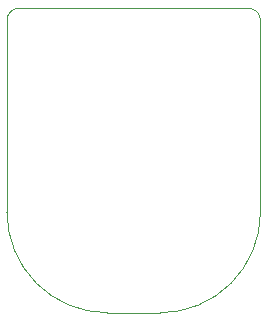
<source format=gm1>
G04 #@! TF.GenerationSoftware,KiCad,Pcbnew,(6.0.1-0)*
G04 #@! TF.CreationDate,2022-03-18T18:39:42-07:00*
G04 #@! TF.ProjectId,daughterboard,64617567-6874-4657-9262-6f6172642e6b,rev?*
G04 #@! TF.SameCoordinates,Original*
G04 #@! TF.FileFunction,Profile,NP*
%FSLAX46Y46*%
G04 Gerber Fmt 4.6, Leading zero omitted, Abs format (unit mm)*
G04 Created by KiCad (PCBNEW (6.0.1-0)) date 2022-03-18 18:39:42*
%MOMM*%
%LPD*%
G01*
G04 APERTURE LIST*
G04 #@! TA.AperFunction,Profile*
%ADD10C,0.100000*%
G04 #@! TD*
G04 APERTURE END LIST*
D10*
X32258000Y-78105000D02*
X32258000Y-94361000D01*
X45212000Y-102870000D02*
G75*
G03*
X53721000Y-94361000I1J8508999D01*
G01*
X53721000Y-78105000D02*
X53721000Y-94361000D01*
X40767000Y-102870000D02*
X45212000Y-102870000D01*
X32258000Y-94361000D02*
G75*
G03*
X40767000Y-102870000I8508999J-1D01*
G01*
X33274000Y-77089000D02*
G75*
G03*
X32258000Y-78105000I2J-1016002D01*
G01*
X53721000Y-78105000D02*
G75*
G03*
X52705000Y-77089000I-1016002J-2D01*
G01*
X33274000Y-77089000D02*
X52705000Y-77089000D01*
M02*

</source>
